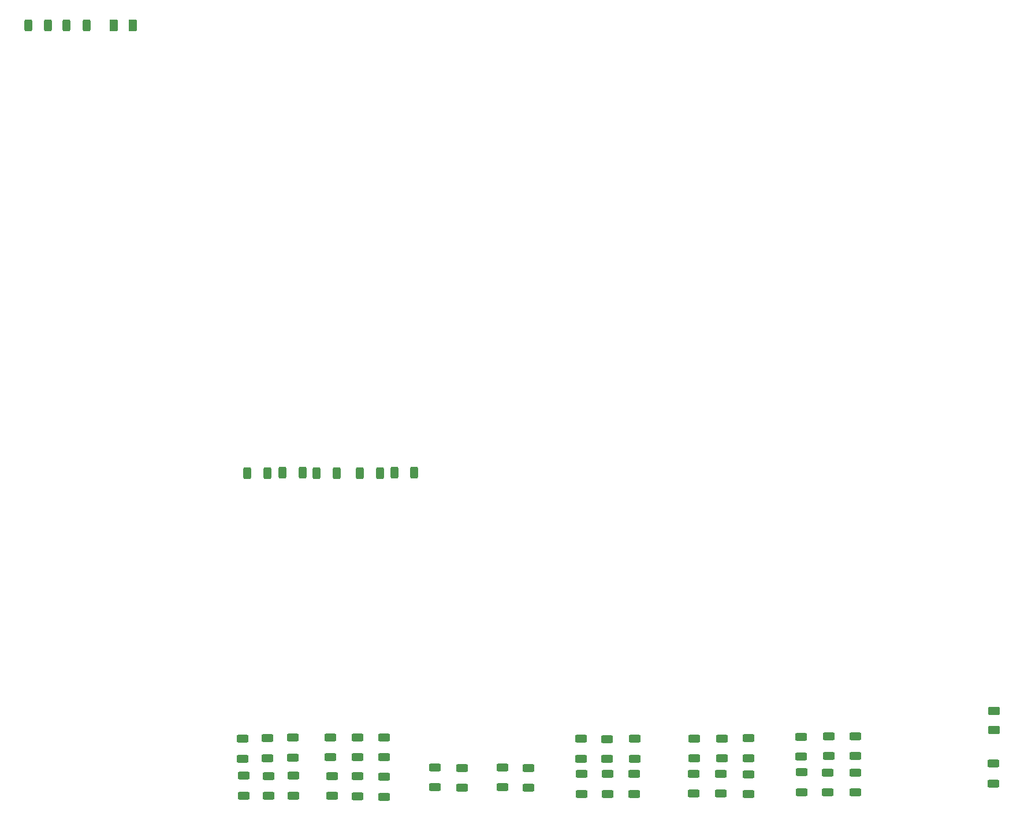
<source format=gtp>
G04 #@! TF.GenerationSoftware,KiCad,Pcbnew,(6.0.11)*
G04 #@! TF.CreationDate,2023-04-07T23:50:29+07:00*
G04 #@! TF.ProjectId,FRA261,46524132-3631-42e6-9b69-6361645f7063,rev?*
G04 #@! TF.SameCoordinates,Original*
G04 #@! TF.FileFunction,Paste,Top*
G04 #@! TF.FilePolarity,Positive*
%FSLAX46Y46*%
G04 Gerber Fmt 4.6, Leading zero omitted, Abs format (unit mm)*
G04 Created by KiCad (PCBNEW (6.0.11)) date 2023-04-07 23:50:29*
%MOMM*%
%LPD*%
G01*
G04 APERTURE LIST*
G04 Aperture macros list*
%AMRoundRect*
0 Rectangle with rounded corners*
0 $1 Rounding radius*
0 $2 $3 $4 $5 $6 $7 $8 $9 X,Y pos of 4 corners*
0 Add a 4 corners polygon primitive as box body*
4,1,4,$2,$3,$4,$5,$6,$7,$8,$9,$2,$3,0*
0 Add four circle primitives for the rounded corners*
1,1,$1+$1,$2,$3*
1,1,$1+$1,$4,$5*
1,1,$1+$1,$6,$7*
1,1,$1+$1,$8,$9*
0 Add four rect primitives between the rounded corners*
20,1,$1+$1,$2,$3,$4,$5,0*
20,1,$1+$1,$4,$5,$6,$7,0*
20,1,$1+$1,$6,$7,$8,$9,0*
20,1,$1+$1,$8,$9,$2,$3,0*%
G04 Aperture macros list end*
%ADD10RoundRect,0.250000X0.625000X-0.312500X0.625000X0.312500X-0.625000X0.312500X-0.625000X-0.312500X0*%
%ADD11RoundRect,0.250000X-0.625000X0.312500X-0.625000X-0.312500X0.625000X-0.312500X0.625000X0.312500X0*%
%ADD12RoundRect,0.250000X-0.625000X0.375000X-0.625000X-0.375000X0.625000X-0.375000X0.625000X0.375000X0*%
%ADD13RoundRect,0.250000X-0.312500X-0.625000X0.312500X-0.625000X0.312500X0.625000X-0.312500X0.625000X0*%
%ADD14RoundRect,0.250000X-0.375000X-0.625000X0.375000X-0.625000X0.375000X0.625000X-0.375000X0.625000X0*%
%ADD15RoundRect,0.250000X0.312500X0.625000X-0.312500X0.625000X-0.312500X-0.625000X0.312500X-0.625000X0*%
G04 APERTURE END LIST*
D10*
X142280000Y-174467500D03*
X142280000Y-171542500D03*
D11*
X167550000Y-172435000D03*
X167550000Y-175360000D03*
D12*
X220240000Y-163150000D03*
X220240000Y-165950000D03*
D11*
X199980000Y-166902500D03*
X199980000Y-169827500D03*
D13*
X120980000Y-128280000D03*
X123905000Y-128280000D03*
D10*
X113930000Y-175670000D03*
X113930000Y-172745000D03*
D11*
X127000000Y-167067500D03*
X127000000Y-169992500D03*
X130880000Y-172837500D03*
X130880000Y-175762500D03*
D14*
X91260000Y-62580000D03*
X94060000Y-62580000D03*
D11*
X167590000Y-167255000D03*
X167590000Y-170180000D03*
X184270000Y-172470000D03*
X184270000Y-175395000D03*
D10*
X152040000Y-174472500D03*
X152040000Y-171547500D03*
D13*
X132380000Y-128250000D03*
X135305000Y-128250000D03*
D15*
X87237500Y-62610000D03*
X84312500Y-62610000D03*
D10*
X123040000Y-169992500D03*
X123040000Y-167067500D03*
D11*
X199930000Y-172230000D03*
X199930000Y-175155000D03*
X110140000Y-167287500D03*
X110140000Y-170212500D03*
D10*
X127020000Y-175702500D03*
X127020000Y-172777500D03*
D11*
X192020000Y-166980000D03*
X192020000Y-169905000D03*
D10*
X180260000Y-175325000D03*
X180260000Y-172400000D03*
D11*
X159760000Y-167295000D03*
X159760000Y-170220000D03*
X159790000Y-172455000D03*
X159790000Y-175380000D03*
D15*
X81632500Y-62600000D03*
X78707500Y-62600000D03*
D11*
X117520000Y-167115000D03*
X117520000Y-170040000D03*
X117590000Y-172685000D03*
X117590000Y-175610000D03*
D10*
X196030000Y-169812500D03*
X196030000Y-166887500D03*
D11*
X123220000Y-172727500D03*
X123220000Y-175652500D03*
X220210000Y-170895000D03*
X220210000Y-173820000D03*
D10*
X195870000Y-175155000D03*
X195870000Y-172230000D03*
D13*
X115990000Y-128250000D03*
X118915000Y-128250000D03*
D10*
X163580000Y-170230000D03*
X163580000Y-167305000D03*
D11*
X138330000Y-171465000D03*
X138330000Y-174390000D03*
D10*
X163600000Y-175357500D03*
X163600000Y-172432500D03*
D11*
X192080000Y-172170000D03*
X192080000Y-175095000D03*
D13*
X127350000Y-128280000D03*
X130275000Y-128280000D03*
D11*
X184300000Y-167202500D03*
X184300000Y-170127500D03*
D13*
X110837500Y-128290000D03*
X113762500Y-128290000D03*
D11*
X148230000Y-171477500D03*
X148230000Y-174402500D03*
X176310000Y-167240000D03*
X176310000Y-170165000D03*
D10*
X113800000Y-170130000D03*
X113800000Y-167205000D03*
X130900000Y-169980000D03*
X130900000Y-167055000D03*
D11*
X110260000Y-172695000D03*
X110260000Y-175620000D03*
X176290000Y-172382500D03*
X176290000Y-175307500D03*
D10*
X180440000Y-170165000D03*
X180440000Y-167240000D03*
M02*

</source>
